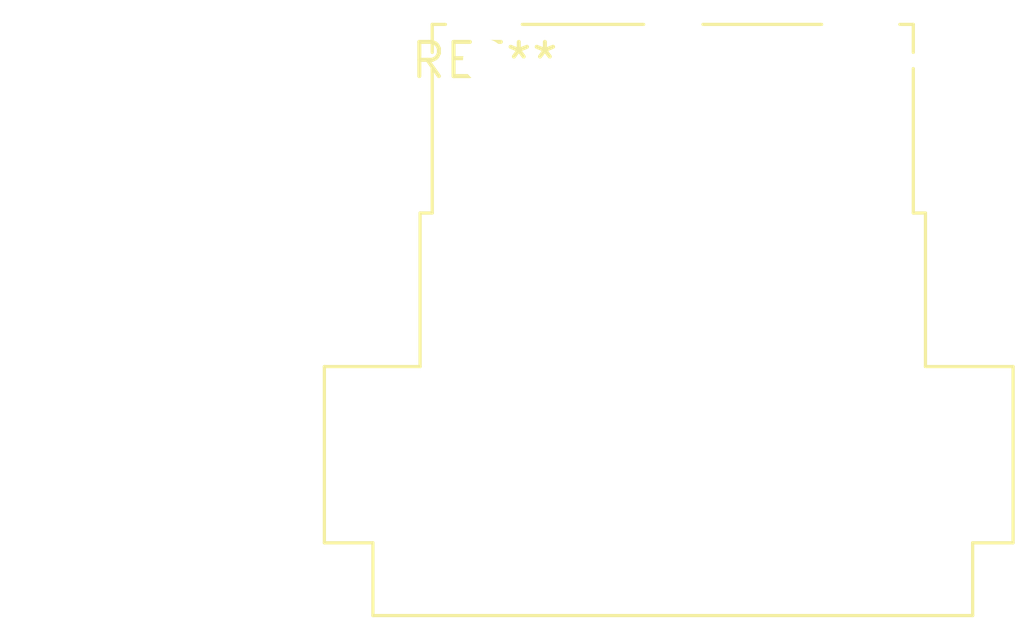
<source format=kicad_pcb>
(kicad_pcb (version 20240108) (generator pcbnew)
  (layers (0 "F.Cu" signal) (31 "B.Cu" signal) (34 "B.Paste" user) (35 "F.Paste" user) (36 "B.SilkS" user "B.Silkscreen") (37 "F.SilkS" user "F.Silkscreen") (38 "B.Mask" user) (39 "F.Mask" user) (44 "Edge.Cuts" user))
  (net 0 "")
  (footprint "Jack_XLR_Neutrik_NC5MAH_Horizontal" (layer "F.Cu") (at 0 0)
    (property "Reference" "REF**")
    (property "Value" "Jack_XLR_Neutrik_NC5MAH_Horizontal")
    (fp_line (start -5.94 11.36) (end -2.39 11.36) (layer "F.SilkS") (stroke (width 0.12)))
    (fp_line (start -5.94 17.9) (end -5.94 11.36) (layer "F.SilkS") (stroke (width 0.12)))
    (fp_line (start -4.14 17.9) (end -5.94 17.9) (layer "F.SilkS") (stroke (width 0.12)))
    (fp_line (start -4.14 17.9) (end -4.14 20.6) (layer "F.SilkS") (stroke (width 0.12)))
    (fp_line (start -2.39 11.36) (end -2.39 5.66) (layer "F.SilkS") (stroke (width 0.12)))
    (fp_line (start -1.94 -1.34) (end -1.94 -0.3) (layer "F.SilkS") (stroke (width 0.12)))
    (fp_line (start -1.94 -1.34) (end -1.45 -1.34) (layer "F.SilkS") (stroke (width 0.12)))
    (fp_line (start -1.94 5.66) (end -2.39 5.66) (layer "F.SilkS") (stroke (width 0.12)))
    (fp_line (start -1.94 5.66) (end -1.94 0.3) (layer "F.SilkS") (stroke (width 0.12)))
    (fp_line (start 5.9 -1.34) (end 1.4 -1.34) (layer "F.SilkS") (stroke (width 0.12)))
    (fp_line (start 12.5 -1.34) (end 8.1 -1.34) (layer "F.SilkS") (stroke (width 0.12)))
    (fp_line (start 15.4 -1.34) (end 15.9 -1.34) (layer "F.SilkS") (stroke (width 0.12)))
    (fp_line (start 15.9 -1.34) (end 15.9 -0.3) (layer "F.SilkS") (stroke (width 0.12)))
    (fp_line (start 15.9 5.66) (end 15.9 0.3) (layer "F.SilkS") (stroke (width 0.12)))
    (fp_line (start 15.9 5.66) (end 16.35 5.66) (layer "F.SilkS") (stroke (width 0.12)))
    (fp_line (start 16.35 11.36) (end 16.35 5.66) (layer "F.SilkS") (stroke (width 0.12)))
    (fp_line (start 16.35 11.36) (end 19.6 11.36) (layer "F.SilkS") (stroke (width 0.12)))
    (fp_line (start 18.1 17.9) (end 18.1 20.6) (layer "F.SilkS") (stroke (width 0.12)))
    (fp_line (start 18.1 20.6) (end -4.14 20.6) (layer "F.SilkS") (stroke (width 0.12)))
    (fp_line (start 19.6 17.9) (end 18.1 17.9) (layer "F.SilkS") (stroke (width 0.12)))
    (fp_line (start 19.6 17.9) (end 19.6 11.36) (layer "F.SilkS") (stroke (width 0.12)))
    (pad "" np_thru_hole circle (at 3.17 8.89) (size 1.6 1.6) (drill 1.6) (layers *.Cu *.Mask))
    (pad "" np_thru_hole circle (at 10.79 13.97) (size 1.6 1.6) (drill 1.6) (layers *.Cu *.Mask))
    (pad "1" thru_hole circle (at 0 0) (size 3.4 3.4) (drill 1.6) (layers *.Cu *.Mask) (remove_unused_layers))
    (pad "2" thru_hole circle (at 3.17 5.08) (size 2.9 2.9) (drill 1.2) (layers *.Cu *.Mask) (remove_unused_layers))
    (pad "3" thru_hole circle (at 6.98 0) (size 2.9 2.9) (drill 1.2) (layers *.Cu *.Mask) (remove_unused_layers))
    (pad "4" thru_hole circle (at 10.79 5.08) (size 2.9 2.9) (drill 1.2) (layers *.Cu *.Mask) (remove_unused_layers))
    (pad "5" thru_hole circle (at 13.96 0) (size 3.4 3.4) (drill 1.6) (layers *.Cu *.Mask) (remove_unused_layers))
    (pad "G" thru_hole circle (at 6.98 5.08) (size 2.9 2.9) (drill 1.2) (layers *.Cu *.Mask) (remove_unused_layers))
  )
)
</source>
